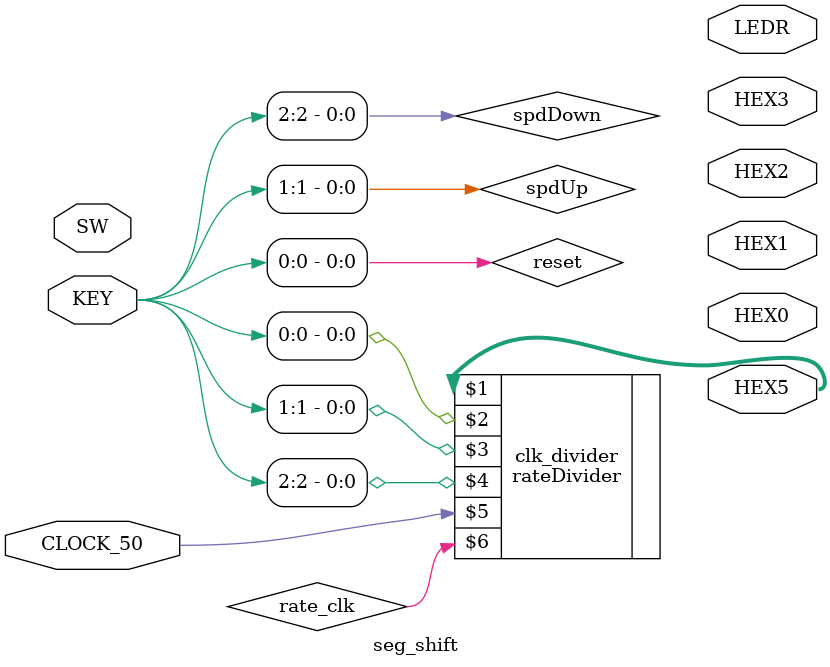
<source format=v>
/*
 * inputs:
 * 	KEY0		reset
 * 	KEY1		x2 the speed of shifting
 * 	KEY2		/2 the speed of shifting
 * 	SW[0]		enables shifting to the right
 * 	SW[1]		enables shifting to the left; SW[0] overrides SW[1]
 * 	SW[2]		shifts additional 1's into the HEX displays and LEDR
 * 	SW[3]		shifts additional 0's into the HEX displays and LEDR
 *
 * outputs:
 * 	LEDR		shifting lights
 * 	HEX3-0	shifting pattern
 *		HEX5		current shifting speed
*/
module seg_shift (	CLOCK_50, KEY, SW, HEX3, HEX2, HEX1,
					HEX0, LEDR, HEX5  );
	
	/*****************************************************************************
 	*                  Module Parameters, Inputs and Outputs                     *
 	*****************************************************************************/
				
	input CLOCK_50;
	input [2:0] KEY;
	input [3:0] SW; 
	output [6:0] HEX3, HEX2, HEX1, HEX0, HEX5;
	output [9:0] LEDR;

 	/*****************************************************************************
 	*                  Your implementation										           *
 	*****************************************************************************/
	
	wire reset = KEY[0];
	wire spdUp = KEY[1];
	wire spdDown = KEY[2];
	
	rateDivider clk_divider(HEX5, reset, spdUp, spdDown, CLOCK_50, rate_clk);
	
	
	/*
2 Shifting Pattern
The circuit you will design is a shifting pattern across the segments of the 7-segment displays and another
pattern across LEDR lights. The patterns can move at 10 different speeds, the speed is controlled using
pushbuttons.

2.1 LEDR pattern (A)
You should use 10 red LEDs to shift a 10-bit pattern. LEDR[9] is the MSB, and LEDR[0] is the LSB.

2.2 7-segment display pattern (B)
You should use 20 segments across four 7-segment displays (HEX3,2,1,0) to shift a 20-bit pattern. When all
pattern bits are 1's, the 20 segments represent 2525 (red segments as depicted in Figure 1). Note that the
other segments are not used (black segments), they are always ff. The MSB is on the top-left segment, and
the LSB on the top right segment. The blue arrows denote adjacent bits in the pattern. Figure 2 shows an
example custom pattern that can be displayed. In the left figure, the pattern is shown before shifting one
segment (one bit) to the right. The right figure shows the pattern after the shift.

2.3 Shifting
You must initialize both patterns A and B on reset (KEY[0]) with some constant. Use SW[0] to enable
shifting to the right, and SW[1] to enable shifting to the left. If both are off the pattern should stall. SW[0]
should override SW[1]. Use SW[2] to shift additional 1's into the pattern. Similarly, use SW[3] to shift
additional 0's to the pattern. For example, the new bits should be added on the left side if shifting to the
right is enabled.
If both SW[2] and S[3] are off (no new bits) and SW[1] is on, then the pattern is shifted circularly to the
left by MSB assuming the position of LSB. Other bits are shifted to the left. A circular shift to the right
should be implemented if SW[2],S[3] are off and S[0] is on.

2.4 Changing speed
Your circuit should support 10 speeds. Use HEX5 to display the speed (from 1 to A). Speed(N) is twice
as fast as Speed(N+1). Speed(1) should be approximately one shift per second. Use KEY[1] to change one
speed up (double the speed), and KEY[2] to move one speed down (halve the speed).
	*/
	
	
endmodule



</source>
